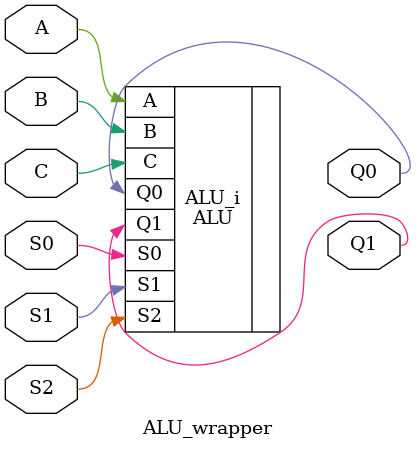
<source format=v>
`timescale 1 ps / 1 ps

module ALU_wrapper
   (A,
    B,
    C,
    Q0,
    Q1,
    S0,
    S1,
    S2);
  input A;
  input B;
  input C;
  output Q0;
  output Q1;
  input S0;
  input S1;
  input S2;

  wire A;
  wire B;
  wire C;
  wire Q0;
  wire Q1;
  wire S0;
  wire S1;
  wire S2;

  ALU ALU_i
       (.A(A),
        .B(B),
        .C(C),
        .Q0(Q0),
        .Q1(Q1),
        .S0(S0),
        .S1(S1),
        .S2(S2));
endmodule

</source>
